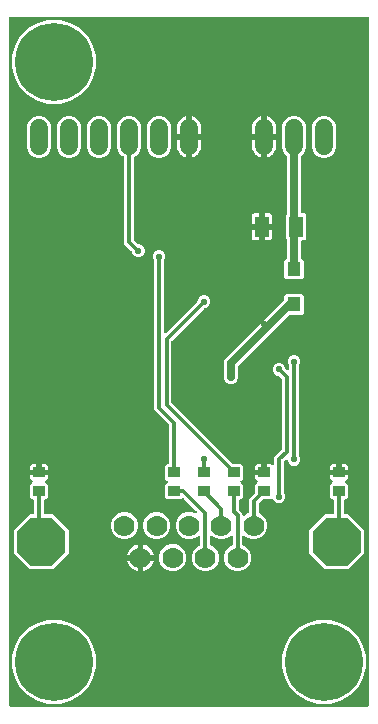
<source format=gbl>
G04 EAGLE Gerber RS-274X export*
G75*
%MOMM*%
%FSLAX34Y34*%
%LPD*%
%INBottom Copper*%
%IPPOS*%
%AMOC8*
5,1,8,0,0,1.08239X$1,22.5*%
G01*
%ADD10C,1.524000*%
%ADD11R,0.979100X0.870900*%
%ADD12C,1.778000*%
%ADD13P,4.455117X8X22.500000*%
%ADD14R,1.195500X1.815300*%
%ADD15R,1.115300X1.235400*%
%ADD16C,0.584200*%
%ADD17C,0.304800*%
%ADD18C,0.635000*%
%ADD19C,0.711200*%
%ADD20C,6.604000*%

G36*
X316348Y-63484D02*
X316348Y-63484D01*
X316467Y-63477D01*
X316505Y-63464D01*
X316546Y-63459D01*
X316656Y-63416D01*
X316769Y-63379D01*
X316804Y-63357D01*
X316841Y-63342D01*
X316937Y-63273D01*
X317038Y-63209D01*
X317066Y-63179D01*
X317099Y-63156D01*
X317175Y-63064D01*
X317256Y-62977D01*
X317276Y-62942D01*
X317301Y-62911D01*
X317352Y-62803D01*
X317410Y-62699D01*
X317420Y-62659D01*
X317437Y-62623D01*
X317459Y-62506D01*
X317489Y-62391D01*
X317493Y-62331D01*
X317497Y-62311D01*
X317495Y-62290D01*
X317499Y-62230D01*
X317499Y519430D01*
X317484Y519548D01*
X317477Y519667D01*
X317464Y519705D01*
X317459Y519746D01*
X317416Y519856D01*
X317379Y519969D01*
X317357Y520004D01*
X317342Y520041D01*
X317273Y520137D01*
X317209Y520238D01*
X317179Y520266D01*
X317156Y520299D01*
X317064Y520375D01*
X316977Y520456D01*
X316942Y520476D01*
X316911Y520501D01*
X316803Y520552D01*
X316699Y520610D01*
X316659Y520620D01*
X316623Y520637D01*
X316506Y520659D01*
X316391Y520689D01*
X316331Y520693D01*
X316311Y520697D01*
X316290Y520695D01*
X316230Y520699D01*
X13970Y520699D01*
X13852Y520684D01*
X13733Y520677D01*
X13695Y520664D01*
X13654Y520659D01*
X13544Y520616D01*
X13431Y520579D01*
X13396Y520557D01*
X13359Y520542D01*
X13263Y520473D01*
X13162Y520409D01*
X13134Y520379D01*
X13101Y520356D01*
X13025Y520264D01*
X12944Y520177D01*
X12924Y520142D01*
X12899Y520111D01*
X12848Y520003D01*
X12790Y519899D01*
X12780Y519859D01*
X12763Y519823D01*
X12741Y519706D01*
X12711Y519591D01*
X12707Y519531D01*
X12703Y519511D01*
X12705Y519490D01*
X12701Y519430D01*
X12701Y-62230D01*
X12716Y-62348D01*
X12723Y-62467D01*
X12736Y-62505D01*
X12741Y-62546D01*
X12784Y-62656D01*
X12821Y-62769D01*
X12843Y-62804D01*
X12858Y-62841D01*
X12927Y-62937D01*
X12991Y-63038D01*
X13021Y-63066D01*
X13044Y-63099D01*
X13136Y-63175D01*
X13223Y-63256D01*
X13258Y-63276D01*
X13289Y-63301D01*
X13397Y-63352D01*
X13501Y-63410D01*
X13541Y-63420D01*
X13577Y-63437D01*
X13694Y-63459D01*
X13809Y-63489D01*
X13869Y-63493D01*
X13889Y-63497D01*
X13910Y-63495D01*
X13970Y-63499D01*
X316230Y-63499D01*
X316348Y-63484D01*
G37*
%LPC*%
G36*
X176526Y51069D02*
X176526Y51069D01*
X172325Y52809D01*
X169109Y56025D01*
X167369Y60226D01*
X167369Y64774D01*
X169109Y68975D01*
X172325Y72191D01*
X173952Y72864D01*
X173977Y72879D01*
X174005Y72888D01*
X174115Y72958D01*
X174228Y73022D01*
X174249Y73042D01*
X174274Y73058D01*
X174363Y73153D01*
X174456Y73243D01*
X174472Y73268D01*
X174492Y73290D01*
X174555Y73403D01*
X174623Y73514D01*
X174631Y73542D01*
X174646Y73568D01*
X174678Y73694D01*
X174716Y73818D01*
X174718Y73848D01*
X174725Y73876D01*
X174735Y74037D01*
X174735Y80306D01*
X174718Y80444D01*
X174705Y80582D01*
X174698Y80601D01*
X174695Y80621D01*
X174644Y80750D01*
X174597Y80881D01*
X174586Y80898D01*
X174578Y80917D01*
X174497Y81029D01*
X174419Y81144D01*
X174403Y81158D01*
X174392Y81174D01*
X174284Y81263D01*
X174180Y81355D01*
X174162Y81364D01*
X174147Y81377D01*
X174021Y81436D01*
X173897Y81499D01*
X173877Y81504D01*
X173859Y81512D01*
X173722Y81539D01*
X173587Y81569D01*
X173566Y81568D01*
X173547Y81572D01*
X173408Y81564D01*
X173269Y81559D01*
X173249Y81554D01*
X173229Y81552D01*
X173097Y81510D01*
X172963Y81471D01*
X172946Y81461D01*
X172927Y81454D01*
X172809Y81380D01*
X172689Y81309D01*
X172668Y81291D01*
X172658Y81284D01*
X172644Y81269D01*
X172569Y81203D01*
X171575Y80209D01*
X167374Y78469D01*
X162826Y78469D01*
X158625Y80209D01*
X155409Y83425D01*
X153669Y87626D01*
X153669Y92174D01*
X155409Y96375D01*
X158625Y99591D01*
X162826Y101331D01*
X167374Y101331D01*
X169924Y100274D01*
X169991Y100256D01*
X170055Y100228D01*
X170144Y100214D01*
X170231Y100190D01*
X170300Y100189D01*
X170369Y100178D01*
X170459Y100187D01*
X170549Y100185D01*
X170616Y100202D01*
X170686Y100208D01*
X170770Y100239D01*
X170858Y100260D01*
X170919Y100292D01*
X170985Y100316D01*
X171060Y100366D01*
X171139Y100408D01*
X171191Y100455D01*
X171248Y100494D01*
X171308Y100562D01*
X171374Y100622D01*
X171413Y100681D01*
X171459Y100733D01*
X171500Y100813D01*
X171549Y100888D01*
X171572Y100954D01*
X171603Y101016D01*
X171623Y101104D01*
X171652Y101189D01*
X171658Y101258D01*
X171673Y101326D01*
X171670Y101416D01*
X171677Y101506D01*
X171666Y101575D01*
X171663Y101644D01*
X171638Y101731D01*
X171623Y101819D01*
X171594Y101883D01*
X171575Y101950D01*
X171529Y102027D01*
X171492Y102109D01*
X171449Y102164D01*
X171413Y102224D01*
X171307Y102345D01*
X160843Y112809D01*
X160749Y112882D01*
X160660Y112960D01*
X160624Y112979D01*
X160592Y113004D01*
X160482Y113051D01*
X160376Y113105D01*
X160337Y113114D01*
X160300Y113130D01*
X160182Y113149D01*
X160066Y113175D01*
X160026Y113174D01*
X159986Y113180D01*
X159867Y113169D01*
X159748Y113165D01*
X159709Y113154D01*
X159669Y113150D01*
X159557Y113110D01*
X159443Y113077D01*
X159408Y113056D01*
X159370Y113042D01*
X159271Y112976D01*
X159169Y112915D01*
X159123Y112875D01*
X159107Y112864D01*
X159093Y112849D01*
X159048Y112809D01*
X158348Y112109D01*
X146452Y112109D01*
X144964Y113597D01*
X144964Y124411D01*
X146655Y126102D01*
X146728Y126197D01*
X146807Y126286D01*
X146825Y126322D01*
X146850Y126354D01*
X146898Y126463D01*
X146952Y126569D01*
X146961Y126608D01*
X146977Y126646D01*
X146995Y126763D01*
X147021Y126879D01*
X147020Y126920D01*
X147026Y126960D01*
X147015Y127078D01*
X147012Y127197D01*
X147000Y127236D01*
X146997Y127276D01*
X146956Y127389D01*
X146923Y127503D01*
X146903Y127537D01*
X146889Y127576D01*
X146822Y127674D01*
X146762Y127777D01*
X146722Y127822D01*
X146710Y127839D01*
X146695Y127852D01*
X146655Y127897D01*
X144964Y129589D01*
X144964Y140403D01*
X146452Y141891D01*
X147066Y141891D01*
X147184Y141906D01*
X147303Y141914D01*
X147341Y141926D01*
X147382Y141931D01*
X147492Y141975D01*
X147605Y142012D01*
X147640Y142033D01*
X147677Y142048D01*
X147773Y142118D01*
X147874Y142182D01*
X147902Y142211D01*
X147935Y142235D01*
X148011Y142327D01*
X148092Y142413D01*
X148112Y142449D01*
X148137Y142480D01*
X148188Y142588D01*
X148246Y142692D01*
X148256Y142731D01*
X148273Y142768D01*
X148295Y142884D01*
X148325Y143000D01*
X148329Y143060D01*
X148333Y143080D01*
X148331Y143100D01*
X148335Y143160D01*
X148335Y174697D01*
X148323Y174795D01*
X148320Y174894D01*
X148303Y174952D01*
X148295Y175012D01*
X148259Y175104D01*
X148231Y175199D01*
X148201Y175251D01*
X148178Y175308D01*
X148120Y175388D01*
X148070Y175473D01*
X148004Y175549D01*
X147992Y175565D01*
X147982Y175573D01*
X147964Y175594D01*
X135635Y187922D01*
X135635Y313315D01*
X135623Y313413D01*
X135620Y313512D01*
X135603Y313570D01*
X135595Y313630D01*
X135559Y313723D01*
X135531Y313818D01*
X135501Y313870D01*
X135478Y313926D01*
X135420Y314006D01*
X135370Y314092D01*
X135304Y314167D01*
X135292Y314183D01*
X135282Y314191D01*
X135264Y314212D01*
X135070Y314406D01*
X134238Y316414D01*
X134238Y318586D01*
X135070Y320594D01*
X136606Y322130D01*
X138614Y322962D01*
X140786Y322962D01*
X142794Y322130D01*
X144330Y320594D01*
X145162Y318586D01*
X145162Y316414D01*
X144330Y314406D01*
X144136Y314212D01*
X144076Y314134D01*
X144008Y314062D01*
X143979Y314009D01*
X143942Y313961D01*
X143902Y313870D01*
X143854Y313784D01*
X143839Y313725D01*
X143815Y313669D01*
X143800Y313571D01*
X143775Y313476D01*
X143769Y313376D01*
X143765Y313355D01*
X143767Y313343D01*
X143765Y313315D01*
X143765Y254177D01*
X143782Y254040D01*
X143795Y253901D01*
X143802Y253882D01*
X143805Y253862D01*
X143856Y253733D01*
X143903Y253602D01*
X143914Y253585D01*
X143922Y253566D01*
X144003Y253454D01*
X144081Y253339D01*
X144097Y253325D01*
X144108Y253309D01*
X144216Y253220D01*
X144320Y253128D01*
X144338Y253119D01*
X144353Y253106D01*
X144479Y253047D01*
X144603Y252984D01*
X144623Y252979D01*
X144641Y252970D01*
X144777Y252944D01*
X144913Y252914D01*
X144934Y252914D01*
X144953Y252911D01*
X145092Y252919D01*
X145231Y252924D01*
X145251Y252929D01*
X145271Y252930D01*
X145403Y252973D01*
X145537Y253012D01*
X145554Y253022D01*
X145573Y253028D01*
X145691Y253103D01*
X145811Y253173D01*
X145832Y253192D01*
X145842Y253199D01*
X145856Y253213D01*
X145931Y253280D01*
X171967Y279315D01*
X172027Y279393D01*
X172095Y279465D01*
X172124Y279518D01*
X172161Y279566D01*
X172201Y279657D01*
X172249Y279744D01*
X172264Y279802D01*
X172288Y279858D01*
X172303Y279956D01*
X172328Y280052D01*
X172334Y280152D01*
X172338Y280172D01*
X172336Y280184D01*
X172338Y280212D01*
X172338Y280486D01*
X173170Y282494D01*
X174706Y284030D01*
X176714Y284862D01*
X178886Y284862D01*
X180894Y284030D01*
X182430Y282494D01*
X183262Y280486D01*
X183262Y278314D01*
X182430Y276306D01*
X180894Y274770D01*
X178886Y273938D01*
X178612Y273938D01*
X178514Y273926D01*
X178415Y273923D01*
X178357Y273906D01*
X178297Y273898D01*
X178205Y273862D01*
X178110Y273834D01*
X178058Y273804D01*
X178001Y273781D01*
X177921Y273723D01*
X177836Y273673D01*
X177760Y273607D01*
X177744Y273595D01*
X177736Y273585D01*
X177715Y273567D01*
X150486Y246338D01*
X150426Y246260D01*
X150358Y246188D01*
X150329Y246135D01*
X150292Y246087D01*
X150252Y245996D01*
X150204Y245909D01*
X150189Y245851D01*
X150165Y245795D01*
X150150Y245697D01*
X150125Y245601D01*
X150119Y245501D01*
X150115Y245481D01*
X150117Y245469D01*
X150115Y245441D01*
X150115Y194355D01*
X150127Y194257D01*
X150130Y194158D01*
X150147Y194100D01*
X150155Y194040D01*
X150191Y193948D01*
X150219Y193853D01*
X150249Y193801D01*
X150272Y193744D01*
X150330Y193664D01*
X150380Y193579D01*
X150446Y193503D01*
X150458Y193487D01*
X150468Y193479D01*
X150486Y193458D01*
X201681Y142263D01*
X201760Y142202D01*
X201832Y142134D01*
X201885Y142105D01*
X201933Y142068D01*
X202024Y142029D01*
X202110Y141981D01*
X202169Y141966D01*
X202225Y141942D01*
X202323Y141926D01*
X202418Y141901D01*
X202518Y141895D01*
X202539Y141892D01*
X202551Y141893D01*
X202579Y141891D01*
X209148Y141891D01*
X210636Y140403D01*
X210636Y129589D01*
X208945Y127897D01*
X208872Y127803D01*
X208793Y127714D01*
X208775Y127678D01*
X208750Y127646D01*
X208702Y127537D01*
X208648Y127431D01*
X208639Y127392D01*
X208623Y127354D01*
X208605Y127237D01*
X208579Y127121D01*
X208580Y127080D01*
X208574Y127040D01*
X208585Y126922D01*
X208588Y126803D01*
X208600Y126764D01*
X208603Y126724D01*
X208644Y126612D01*
X208677Y126497D01*
X208697Y126462D01*
X208711Y126424D01*
X208778Y126326D01*
X208838Y126223D01*
X208878Y126178D01*
X208890Y126161D01*
X208905Y126148D01*
X208945Y126102D01*
X210636Y124411D01*
X210636Y113597D01*
X209148Y112109D01*
X208534Y112109D01*
X208416Y112094D01*
X208297Y112086D01*
X208259Y112074D01*
X208218Y112069D01*
X208108Y112025D01*
X207995Y111988D01*
X207960Y111967D01*
X207923Y111952D01*
X207827Y111882D01*
X207726Y111818D01*
X207698Y111789D01*
X207665Y111765D01*
X207589Y111673D01*
X207508Y111587D01*
X207488Y111551D01*
X207463Y111520D01*
X207412Y111412D01*
X207354Y111308D01*
X207344Y111269D01*
X207327Y111232D01*
X207305Y111116D01*
X207275Y111000D01*
X207271Y110940D01*
X207267Y110920D01*
X207269Y110900D01*
X207265Y110840D01*
X207265Y103809D01*
X207277Y103711D01*
X207280Y103612D01*
X207297Y103554D01*
X207305Y103494D01*
X207341Y103402D01*
X207369Y103307D01*
X207399Y103255D01*
X207422Y103198D01*
X207480Y103118D01*
X207530Y103033D01*
X207596Y102957D01*
X207608Y102941D01*
X207618Y102933D01*
X207636Y102912D01*
X210265Y100284D01*
X210265Y99494D01*
X210282Y99356D01*
X210295Y99218D01*
X210302Y99199D01*
X210305Y99179D01*
X210356Y99050D01*
X210403Y98919D01*
X210414Y98902D01*
X210422Y98883D01*
X210503Y98771D01*
X210581Y98656D01*
X210597Y98642D01*
X210608Y98626D01*
X210716Y98537D01*
X210820Y98445D01*
X210838Y98436D01*
X210853Y98423D01*
X210979Y98364D01*
X211103Y98301D01*
X211123Y98296D01*
X211141Y98288D01*
X211278Y98261D01*
X211413Y98231D01*
X211434Y98232D01*
X211453Y98228D01*
X211592Y98236D01*
X211731Y98241D01*
X211751Y98246D01*
X211771Y98248D01*
X211903Y98290D01*
X212037Y98329D01*
X212054Y98339D01*
X212073Y98346D01*
X212191Y98420D01*
X212311Y98491D01*
X212332Y98509D01*
X212342Y98516D01*
X212356Y98531D01*
X212431Y98597D01*
X213425Y99591D01*
X215052Y100264D01*
X215077Y100279D01*
X215105Y100288D01*
X215215Y100358D01*
X215328Y100422D01*
X215349Y100442D01*
X215374Y100458D01*
X215463Y100553D01*
X215556Y100643D01*
X215572Y100668D01*
X215592Y100690D01*
X215655Y100803D01*
X215723Y100914D01*
X215731Y100942D01*
X215746Y100968D01*
X215778Y101094D01*
X215816Y101218D01*
X215818Y101248D01*
X215825Y101276D01*
X215835Y101437D01*
X215835Y111988D01*
X218588Y114740D01*
X220792Y116944D01*
X220853Y117023D01*
X220921Y117095D01*
X220950Y117148D01*
X220987Y117196D01*
X221026Y117287D01*
X221074Y117373D01*
X221089Y117432D01*
X221113Y117488D01*
X221129Y117585D01*
X221154Y117681D01*
X221160Y117781D01*
X221163Y117802D01*
X221162Y117814D01*
X221164Y117842D01*
X221164Y124411D01*
X223014Y126261D01*
X223091Y126361D01*
X223173Y126456D01*
X223188Y126486D01*
X223209Y126513D01*
X223259Y126628D01*
X223315Y126741D01*
X223322Y126774D01*
X223335Y126804D01*
X223355Y126929D01*
X223381Y127052D01*
X223380Y127085D01*
X223385Y127119D01*
X223374Y127244D01*
X223368Y127369D01*
X223359Y127402D01*
X223356Y127435D01*
X223313Y127554D01*
X223277Y127674D01*
X223259Y127703D01*
X223248Y127734D01*
X223177Y127839D01*
X223112Y127946D01*
X223088Y127970D01*
X223069Y127998D01*
X222975Y128081D01*
X222885Y128169D01*
X222845Y128196D01*
X222831Y128208D01*
X222812Y128218D01*
X222751Y128258D01*
X222145Y128608D01*
X221671Y129082D01*
X221337Y129661D01*
X221164Y130307D01*
X221164Y132819D01*
X227693Y132819D01*
X227811Y132834D01*
X227929Y132842D01*
X227968Y132854D01*
X228008Y132859D01*
X228119Y132903D01*
X228232Y132940D01*
X228266Y132961D01*
X228304Y132976D01*
X228400Y133046D01*
X228501Y133110D01*
X228528Y133139D01*
X228561Y133163D01*
X228637Y133255D01*
X228719Y133342D01*
X228738Y133377D01*
X228764Y133408D01*
X228815Y133516D01*
X228872Y133620D01*
X228882Y133659D01*
X228899Y133696D01*
X228922Y133813D01*
X228952Y133928D01*
X228955Y133988D01*
X228959Y134008D01*
X228958Y134029D01*
X228962Y134089D01*
X228962Y134634D01*
X229507Y134634D01*
X229625Y134649D01*
X229744Y134657D01*
X229783Y134669D01*
X229823Y134674D01*
X229934Y134718D01*
X230047Y134755D01*
X230081Y134776D01*
X230118Y134791D01*
X230215Y134861D01*
X230315Y134925D01*
X230343Y134954D01*
X230376Y134978D01*
X230452Y135070D01*
X230533Y135156D01*
X230553Y135192D01*
X230579Y135223D01*
X230629Y135331D01*
X230687Y135435D01*
X230697Y135474D01*
X230714Y135511D01*
X230737Y135627D01*
X230766Y135743D01*
X230770Y135803D01*
X230774Y135823D01*
X230773Y135843D01*
X230777Y135903D01*
X230777Y141891D01*
X233830Y141891D01*
X234476Y141718D01*
X235056Y141384D01*
X235068Y141371D01*
X235178Y141286D01*
X235285Y141197D01*
X235304Y141188D01*
X235320Y141176D01*
X235448Y141120D01*
X235573Y141061D01*
X235593Y141057D01*
X235612Y141049D01*
X235749Y141027D01*
X235886Y141001D01*
X235906Y141003D01*
X235926Y140999D01*
X236064Y141013D01*
X236203Y141021D01*
X236222Y141027D01*
X236242Y141029D01*
X236374Y141076D01*
X236505Y141119D01*
X236522Y141130D01*
X236542Y141137D01*
X236657Y141215D01*
X236774Y141289D01*
X236788Y141304D01*
X236805Y141315D01*
X236897Y141420D01*
X236992Y141521D01*
X237002Y141539D01*
X237015Y141554D01*
X237078Y141678D01*
X237146Y141799D01*
X237151Y141819D01*
X237160Y141837D01*
X237190Y141973D01*
X237225Y142107D01*
X237227Y142135D01*
X237230Y142147D01*
X237229Y142168D01*
X237235Y142268D01*
X237235Y147734D01*
X243214Y153712D01*
X243274Y153790D01*
X243342Y153862D01*
X243371Y153915D01*
X243408Y153963D01*
X243448Y154054D01*
X243496Y154141D01*
X243511Y154199D01*
X243535Y154255D01*
X243550Y154353D01*
X243575Y154449D01*
X243581Y154549D01*
X243585Y154569D01*
X243583Y154581D01*
X243585Y154609D01*
X243585Y213691D01*
X243573Y213789D01*
X243570Y213888D01*
X243553Y213946D01*
X243545Y214006D01*
X243509Y214098D01*
X243481Y214193D01*
X243451Y214245D01*
X243428Y214302D01*
X243370Y214382D01*
X243320Y214467D01*
X243254Y214543D01*
X243242Y214559D01*
X243232Y214567D01*
X243214Y214588D01*
X241385Y216417D01*
X241307Y216477D01*
X241235Y216545D01*
X241182Y216574D01*
X241134Y216611D01*
X241043Y216651D01*
X240956Y216699D01*
X240898Y216714D01*
X240842Y216738D01*
X240744Y216753D01*
X240648Y216778D01*
X240548Y216784D01*
X240528Y216788D01*
X240516Y216786D01*
X240488Y216788D01*
X240214Y216788D01*
X238206Y217620D01*
X236670Y219156D01*
X235838Y221164D01*
X235838Y223336D01*
X236670Y225344D01*
X238206Y226880D01*
X240214Y227712D01*
X242386Y227712D01*
X244394Y226880D01*
X245930Y225344D01*
X246762Y223336D01*
X246762Y223062D01*
X246774Y222964D01*
X246777Y222865D01*
X246794Y222807D01*
X246802Y222747D01*
X246838Y222655D01*
X246866Y222560D01*
X246896Y222507D01*
X246919Y222451D01*
X246977Y222371D01*
X247027Y222286D01*
X247093Y222210D01*
X247105Y222194D01*
X247115Y222186D01*
X247133Y222165D01*
X247768Y221530D01*
X247878Y221445D01*
X247985Y221356D01*
X248004Y221347D01*
X248020Y221335D01*
X248148Y221280D01*
X248273Y221220D01*
X248293Y221217D01*
X248312Y221209D01*
X248450Y221187D01*
X248586Y221161D01*
X248606Y221162D01*
X248626Y221159D01*
X248765Y221172D01*
X248903Y221180D01*
X248922Y221187D01*
X248942Y221189D01*
X249073Y221236D01*
X249205Y221278D01*
X249223Y221289D01*
X249242Y221296D01*
X249356Y221374D01*
X249474Y221449D01*
X249488Y221463D01*
X249505Y221475D01*
X249597Y221579D01*
X249692Y221680D01*
X249702Y221698D01*
X249715Y221713D01*
X249778Y221837D01*
X249846Y221959D01*
X249851Y221978D01*
X249860Y221996D01*
X249890Y222132D01*
X249925Y222267D01*
X249927Y222295D01*
X249930Y222307D01*
X249929Y222327D01*
X249935Y222427D01*
X249935Y224415D01*
X249923Y224513D01*
X249920Y224612D01*
X249903Y224670D01*
X249895Y224730D01*
X249859Y224823D01*
X249831Y224918D01*
X249801Y224970D01*
X249778Y225026D01*
X249720Y225106D01*
X249670Y225192D01*
X249604Y225267D01*
X249592Y225283D01*
X249582Y225291D01*
X249564Y225312D01*
X249370Y225506D01*
X248538Y227514D01*
X248538Y229686D01*
X249370Y231694D01*
X250906Y233230D01*
X252914Y234062D01*
X255086Y234062D01*
X257094Y233230D01*
X258630Y231694D01*
X259462Y229686D01*
X259462Y227514D01*
X258630Y225506D01*
X258436Y225312D01*
X258376Y225234D01*
X258308Y225162D01*
X258279Y225109D01*
X258242Y225061D01*
X258202Y224970D01*
X258154Y224884D01*
X258139Y224825D01*
X258115Y224769D01*
X258100Y224671D01*
X258075Y224576D01*
X258069Y224476D01*
X258065Y224455D01*
X258067Y224443D01*
X258065Y224415D01*
X258065Y150235D01*
X258077Y150137D01*
X258080Y150038D01*
X258097Y149980D01*
X258105Y149920D01*
X258141Y149827D01*
X258169Y149732D01*
X258199Y149680D01*
X258222Y149624D01*
X258280Y149544D01*
X258330Y149458D01*
X258396Y149383D01*
X258408Y149367D01*
X258418Y149359D01*
X258436Y149338D01*
X258630Y149144D01*
X259462Y147136D01*
X259462Y144964D01*
X258630Y142956D01*
X257094Y141420D01*
X255086Y140588D01*
X252914Y140588D01*
X250906Y141420D01*
X249370Y142956D01*
X248511Y145030D01*
X248486Y145074D01*
X248469Y145120D01*
X248408Y145211D01*
X248353Y145307D01*
X248318Y145342D01*
X248291Y145383D01*
X248208Y145456D01*
X248132Y145535D01*
X248089Y145561D01*
X248052Y145594D01*
X247954Y145644D01*
X247861Y145701D01*
X247813Y145716D01*
X247769Y145738D01*
X247662Y145763D01*
X247557Y145795D01*
X247507Y145797D01*
X247459Y145808D01*
X247349Y145805D01*
X247239Y145810D01*
X247191Y145800D01*
X247141Y145798D01*
X247035Y145768D01*
X246928Y145746D01*
X246883Y145724D01*
X246835Y145710D01*
X246741Y145654D01*
X246642Y145606D01*
X246604Y145574D01*
X246561Y145548D01*
X246440Y145442D01*
X245736Y144738D01*
X245676Y144660D01*
X245608Y144588D01*
X245579Y144535D01*
X245542Y144487D01*
X245502Y144396D01*
X245454Y144309D01*
X245439Y144251D01*
X245415Y144195D01*
X245400Y144097D01*
X245375Y144001D01*
X245369Y143901D01*
X245365Y143881D01*
X245367Y143869D01*
X245365Y143841D01*
X245365Y118485D01*
X245377Y118387D01*
X245380Y118288D01*
X245397Y118230D01*
X245405Y118170D01*
X245441Y118077D01*
X245469Y117982D01*
X245499Y117930D01*
X245522Y117874D01*
X245580Y117794D01*
X245630Y117708D01*
X245696Y117633D01*
X245708Y117617D01*
X245718Y117609D01*
X245736Y117588D01*
X245930Y117394D01*
X246762Y115386D01*
X246762Y113214D01*
X245930Y111206D01*
X244394Y109670D01*
X242386Y108838D01*
X240214Y108838D01*
X238206Y109670D01*
X236670Y111206D01*
X236511Y111590D01*
X236486Y111633D01*
X236469Y111680D01*
X236408Y111771D01*
X236353Y111866D01*
X236319Y111902D01*
X236291Y111943D01*
X236208Y112016D01*
X236132Y112094D01*
X236090Y112120D01*
X236052Y112153D01*
X235955Y112203D01*
X235861Y112261D01*
X235813Y112275D01*
X235769Y112298D01*
X235662Y112322D01*
X235557Y112354D01*
X235507Y112357D01*
X235459Y112368D01*
X235349Y112364D01*
X235239Y112369D01*
X235191Y112359D01*
X235141Y112358D01*
X235036Y112327D01*
X234928Y112305D01*
X234883Y112283D01*
X234836Y112270D01*
X234741Y112214D01*
X234642Y112165D01*
X234604Y112133D01*
X234563Y112109D01*
X227979Y112109D01*
X227881Y112096D01*
X227782Y112093D01*
X227723Y112077D01*
X227663Y112069D01*
X227571Y112032D01*
X227476Y112005D01*
X227424Y111974D01*
X227368Y111952D01*
X227287Y111894D01*
X227202Y111843D01*
X227127Y111777D01*
X227110Y111765D01*
X227103Y111756D01*
X227081Y111737D01*
X224336Y108992D01*
X224276Y108914D01*
X224208Y108842D01*
X224179Y108789D01*
X224142Y108741D01*
X224102Y108650D01*
X224054Y108563D01*
X224039Y108505D01*
X224015Y108449D01*
X224000Y108351D01*
X223975Y108255D01*
X223969Y108155D01*
X223965Y108135D01*
X223967Y108123D01*
X223965Y108095D01*
X223965Y101437D01*
X223968Y101408D01*
X223966Y101378D01*
X223988Y101250D01*
X224005Y101121D01*
X224015Y101094D01*
X224020Y101065D01*
X224074Y100946D01*
X224122Y100826D01*
X224139Y100802D01*
X224151Y100775D01*
X224232Y100674D01*
X224308Y100568D01*
X224331Y100550D01*
X224350Y100527D01*
X224453Y100449D01*
X224553Y100366D01*
X224580Y100353D01*
X224604Y100335D01*
X224748Y100264D01*
X226375Y99591D01*
X229591Y96375D01*
X231331Y92174D01*
X231331Y87626D01*
X229591Y83425D01*
X226375Y80209D01*
X222174Y78469D01*
X217626Y78469D01*
X213425Y80209D01*
X212431Y81203D01*
X212322Y81288D01*
X212215Y81377D01*
X212196Y81386D01*
X212180Y81398D01*
X212053Y81453D01*
X211927Y81512D01*
X211907Y81516D01*
X211888Y81524D01*
X211750Y81546D01*
X211614Y81572D01*
X211594Y81571D01*
X211574Y81574D01*
X211435Y81561D01*
X211297Y81552D01*
X211278Y81546D01*
X211258Y81544D01*
X211126Y81497D01*
X210995Y81454D01*
X210977Y81444D01*
X210958Y81437D01*
X210843Y81359D01*
X210726Y81284D01*
X210712Y81270D01*
X210695Y81258D01*
X210603Y81154D01*
X210508Y81053D01*
X210498Y81035D01*
X210485Y81020D01*
X210422Y80896D01*
X210354Y80774D01*
X210349Y80755D01*
X210340Y80737D01*
X210310Y80601D01*
X210275Y80466D01*
X210273Y80438D01*
X210270Y80426D01*
X210271Y80406D01*
X210265Y80306D01*
X210265Y74037D01*
X210268Y74008D01*
X210266Y73978D01*
X210288Y73850D01*
X210305Y73721D01*
X210315Y73694D01*
X210320Y73665D01*
X210374Y73546D01*
X210422Y73426D01*
X210439Y73402D01*
X210451Y73375D01*
X210532Y73274D01*
X210608Y73168D01*
X210631Y73150D01*
X210650Y73127D01*
X210753Y73049D01*
X210853Y72966D01*
X210880Y72953D01*
X210904Y72935D01*
X211048Y72864D01*
X212675Y72191D01*
X215891Y68975D01*
X217631Y64774D01*
X217631Y60226D01*
X215891Y56025D01*
X212675Y52809D01*
X208474Y51069D01*
X203926Y51069D01*
X199725Y52809D01*
X196509Y56025D01*
X194769Y60226D01*
X194769Y64774D01*
X196509Y68975D01*
X199725Y72191D01*
X201352Y72864D01*
X201377Y72879D01*
X201405Y72888D01*
X201515Y72958D01*
X201628Y73022D01*
X201649Y73042D01*
X201674Y73058D01*
X201763Y73153D01*
X201856Y73243D01*
X201872Y73268D01*
X201892Y73290D01*
X201955Y73403D01*
X202023Y73514D01*
X202031Y73542D01*
X202046Y73568D01*
X202078Y73694D01*
X202116Y73818D01*
X202118Y73848D01*
X202125Y73876D01*
X202135Y74037D01*
X202135Y80306D01*
X202118Y80444D01*
X202105Y80582D01*
X202098Y80601D01*
X202095Y80621D01*
X202044Y80750D01*
X201997Y80881D01*
X201986Y80898D01*
X201978Y80917D01*
X201897Y81029D01*
X201819Y81144D01*
X201803Y81158D01*
X201792Y81174D01*
X201684Y81263D01*
X201580Y81355D01*
X201562Y81364D01*
X201547Y81377D01*
X201421Y81436D01*
X201297Y81499D01*
X201277Y81504D01*
X201259Y81512D01*
X201122Y81539D01*
X200987Y81569D01*
X200966Y81568D01*
X200947Y81572D01*
X200808Y81564D01*
X200669Y81559D01*
X200649Y81554D01*
X200629Y81552D01*
X200497Y81510D01*
X200363Y81471D01*
X200346Y81461D01*
X200327Y81454D01*
X200209Y81380D01*
X200089Y81309D01*
X200068Y81291D01*
X200058Y81284D01*
X200044Y81269D01*
X199969Y81203D01*
X198975Y80209D01*
X194774Y78469D01*
X190226Y78469D01*
X186025Y80209D01*
X185031Y81203D01*
X184922Y81288D01*
X184815Y81377D01*
X184796Y81386D01*
X184780Y81398D01*
X184653Y81453D01*
X184527Y81512D01*
X184507Y81516D01*
X184488Y81524D01*
X184350Y81546D01*
X184214Y81572D01*
X184194Y81571D01*
X184174Y81574D01*
X184035Y81561D01*
X183897Y81552D01*
X183878Y81546D01*
X183858Y81544D01*
X183726Y81497D01*
X183595Y81454D01*
X183577Y81444D01*
X183558Y81437D01*
X183443Y81359D01*
X183326Y81284D01*
X183312Y81270D01*
X183295Y81258D01*
X183203Y81154D01*
X183108Y81053D01*
X183098Y81035D01*
X183085Y81020D01*
X183022Y80896D01*
X182954Y80774D01*
X182949Y80755D01*
X182940Y80737D01*
X182910Y80601D01*
X182875Y80466D01*
X182873Y80438D01*
X182870Y80426D01*
X182871Y80406D01*
X182865Y80306D01*
X182865Y74037D01*
X182868Y74008D01*
X182866Y73978D01*
X182888Y73850D01*
X182905Y73721D01*
X182915Y73694D01*
X182920Y73665D01*
X182974Y73546D01*
X183022Y73426D01*
X183039Y73402D01*
X183051Y73375D01*
X183132Y73274D01*
X183208Y73168D01*
X183231Y73150D01*
X183250Y73127D01*
X183353Y73049D01*
X183453Y72966D01*
X183480Y72953D01*
X183504Y72935D01*
X183648Y72864D01*
X185275Y72191D01*
X188491Y68975D01*
X190231Y64774D01*
X190231Y60226D01*
X188491Y56025D01*
X185275Y52809D01*
X181074Y51069D01*
X176526Y51069D01*
G37*
%LPD*%
%LPC*%
G36*
X46118Y447039D02*
X46118Y447039D01*
X37074Y449463D01*
X28965Y454144D01*
X22344Y460765D01*
X17663Y468874D01*
X15239Y477918D01*
X15239Y487282D01*
X17663Y496326D01*
X22344Y504435D01*
X28965Y511056D01*
X37074Y515737D01*
X46118Y518161D01*
X55482Y518161D01*
X64526Y515737D01*
X72635Y511056D01*
X79256Y504435D01*
X83937Y496326D01*
X86361Y487282D01*
X86361Y477918D01*
X83937Y468874D01*
X79256Y460765D01*
X72635Y454144D01*
X64526Y449463D01*
X55482Y447039D01*
X46118Y447039D01*
G37*
%LPD*%
%LPC*%
G36*
X46118Y-60961D02*
X46118Y-60961D01*
X37074Y-58537D01*
X28965Y-53856D01*
X22344Y-47235D01*
X17663Y-39126D01*
X15239Y-30082D01*
X15239Y-20718D01*
X17663Y-11674D01*
X22344Y-3565D01*
X28965Y3056D01*
X37074Y7737D01*
X46118Y10161D01*
X55482Y10161D01*
X64526Y7737D01*
X72635Y3056D01*
X79256Y-3565D01*
X83937Y-11674D01*
X86361Y-20718D01*
X86361Y-30082D01*
X83937Y-39126D01*
X79256Y-47235D01*
X72635Y-53856D01*
X64526Y-58537D01*
X55482Y-60961D01*
X46118Y-60961D01*
G37*
%LPD*%
%LPC*%
G36*
X274718Y-60961D02*
X274718Y-60961D01*
X265674Y-58537D01*
X257565Y-53856D01*
X250944Y-47235D01*
X246263Y-39126D01*
X243839Y-30082D01*
X243839Y-20718D01*
X246263Y-11674D01*
X250944Y-3565D01*
X257565Y3056D01*
X265674Y7737D01*
X274718Y10161D01*
X284082Y10161D01*
X293126Y7737D01*
X301235Y3056D01*
X307856Y-3565D01*
X312537Y-11674D01*
X314961Y-20718D01*
X314961Y-30082D01*
X312537Y-39126D01*
X307856Y-47235D01*
X301235Y-53856D01*
X293126Y-58537D01*
X284082Y-60961D01*
X274718Y-60961D01*
G37*
%LPD*%
%LPC*%
G36*
X280523Y53079D02*
X280523Y53079D01*
X266979Y66623D01*
X266979Y85777D01*
X280523Y99321D01*
X286766Y99321D01*
X286884Y99336D01*
X287003Y99343D01*
X287041Y99356D01*
X287082Y99361D01*
X287192Y99404D01*
X287305Y99441D01*
X287340Y99463D01*
X287377Y99478D01*
X287473Y99547D01*
X287574Y99611D01*
X287602Y99641D01*
X287635Y99664D01*
X287711Y99756D01*
X287792Y99843D01*
X287812Y99878D01*
X287837Y99909D01*
X287888Y100017D01*
X287946Y100121D01*
X287956Y100161D01*
X287973Y100197D01*
X287995Y100314D01*
X288025Y100429D01*
X288029Y100489D01*
X288033Y100509D01*
X288031Y100530D01*
X288035Y100590D01*
X288035Y110840D01*
X288020Y110958D01*
X288013Y111076D01*
X288000Y111115D01*
X287995Y111155D01*
X287952Y111266D01*
X287915Y111379D01*
X287893Y111413D01*
X287878Y111451D01*
X287809Y111547D01*
X287745Y111648D01*
X287715Y111675D01*
X287692Y111708D01*
X287600Y111784D01*
X287513Y111866D01*
X287478Y111885D01*
X287447Y111911D01*
X287339Y111962D01*
X287235Y112019D01*
X287195Y112029D01*
X287159Y112046D01*
X287042Y112069D01*
X286927Y112099D01*
X286867Y112102D01*
X286847Y112106D01*
X286826Y112105D01*
X286766Y112109D01*
X286152Y112109D01*
X284664Y113597D01*
X284664Y124411D01*
X286514Y126261D01*
X286591Y126361D01*
X286673Y126456D01*
X286688Y126486D01*
X286709Y126513D01*
X286759Y126628D01*
X286815Y126741D01*
X286822Y126774D01*
X286835Y126804D01*
X286855Y126929D01*
X286881Y127052D01*
X286880Y127085D01*
X286885Y127119D01*
X286874Y127244D01*
X286868Y127369D01*
X286859Y127402D01*
X286856Y127435D01*
X286813Y127554D01*
X286777Y127674D01*
X286759Y127703D01*
X286748Y127734D01*
X286677Y127839D01*
X286612Y127946D01*
X286588Y127970D01*
X286569Y127998D01*
X286475Y128081D01*
X286385Y128169D01*
X286345Y128196D01*
X286331Y128208D01*
X286312Y128218D01*
X286251Y128258D01*
X285645Y128608D01*
X285171Y129082D01*
X284837Y129661D01*
X284664Y130307D01*
X284664Y132819D01*
X291193Y132819D01*
X291311Y132834D01*
X291429Y132842D01*
X291468Y132854D01*
X291508Y132859D01*
X291619Y132903D01*
X291732Y132940D01*
X291766Y132961D01*
X291804Y132976D01*
X291900Y133046D01*
X292001Y133110D01*
X292028Y133139D01*
X292061Y133163D01*
X292098Y133207D01*
X292174Y133144D01*
X292260Y133063D01*
X292296Y133043D01*
X292327Y133017D01*
X292435Y132967D01*
X292539Y132909D01*
X292578Y132899D01*
X292615Y132882D01*
X292731Y132859D01*
X292847Y132830D01*
X292907Y132826D01*
X292927Y132822D01*
X292947Y132823D01*
X293007Y132819D01*
X299536Y132819D01*
X299536Y130307D01*
X299363Y129661D01*
X299029Y129082D01*
X298555Y128608D01*
X297949Y128258D01*
X297849Y128182D01*
X297745Y128111D01*
X297722Y128086D01*
X297695Y128066D01*
X297617Y127967D01*
X297534Y127873D01*
X297519Y127843D01*
X297498Y127817D01*
X297447Y127702D01*
X297389Y127590D01*
X297382Y127557D01*
X297368Y127526D01*
X297347Y127402D01*
X297320Y127279D01*
X297321Y127246D01*
X297315Y127213D01*
X297326Y127087D01*
X297329Y126962D01*
X297339Y126929D01*
X297342Y126896D01*
X297383Y126777D01*
X297418Y126656D01*
X297435Y126627D01*
X297446Y126595D01*
X297516Y126490D01*
X297579Y126382D01*
X297612Y126346D01*
X297622Y126330D01*
X297638Y126316D01*
X297686Y126261D01*
X299536Y124411D01*
X299536Y113597D01*
X298048Y112109D01*
X297434Y112109D01*
X297316Y112094D01*
X297197Y112086D01*
X297159Y112074D01*
X297118Y112069D01*
X297008Y112025D01*
X296895Y111988D01*
X296860Y111967D01*
X296823Y111952D01*
X296727Y111882D01*
X296626Y111818D01*
X296598Y111789D01*
X296565Y111765D01*
X296489Y111673D01*
X296408Y111587D01*
X296388Y111551D01*
X296363Y111520D01*
X296312Y111412D01*
X296254Y111308D01*
X296244Y111269D01*
X296227Y111232D01*
X296205Y111116D01*
X296175Y111000D01*
X296171Y110940D01*
X296167Y110920D01*
X296169Y110900D01*
X296165Y110840D01*
X296165Y100590D01*
X296180Y100472D01*
X296187Y100353D01*
X296200Y100315D01*
X296205Y100274D01*
X296248Y100164D01*
X296285Y100051D01*
X296307Y100016D01*
X296322Y99979D01*
X296391Y99883D01*
X296455Y99782D01*
X296485Y99754D01*
X296508Y99721D01*
X296600Y99645D01*
X296687Y99564D01*
X296722Y99544D01*
X296753Y99519D01*
X296861Y99468D01*
X296965Y99410D01*
X297005Y99400D01*
X297041Y99383D01*
X297158Y99361D01*
X297273Y99331D01*
X297333Y99327D01*
X297353Y99323D01*
X297374Y99325D01*
X297434Y99321D01*
X299677Y99321D01*
X313221Y85777D01*
X313221Y66623D01*
X299677Y53079D01*
X280523Y53079D01*
G37*
%LPD*%
%LPC*%
G36*
X30523Y53079D02*
X30523Y53079D01*
X16979Y66623D01*
X16979Y85777D01*
X30523Y99321D01*
X32766Y99321D01*
X32884Y99336D01*
X33003Y99343D01*
X33041Y99356D01*
X33082Y99361D01*
X33192Y99404D01*
X33305Y99441D01*
X33340Y99463D01*
X33377Y99478D01*
X33473Y99547D01*
X33574Y99611D01*
X33602Y99641D01*
X33635Y99664D01*
X33711Y99756D01*
X33792Y99843D01*
X33812Y99878D01*
X33837Y99909D01*
X33888Y100017D01*
X33946Y100121D01*
X33956Y100161D01*
X33973Y100197D01*
X33995Y100314D01*
X34025Y100429D01*
X34029Y100489D01*
X34033Y100509D01*
X34031Y100530D01*
X34035Y100590D01*
X34035Y110840D01*
X34020Y110958D01*
X34013Y111076D01*
X34000Y111115D01*
X33995Y111155D01*
X33952Y111266D01*
X33915Y111379D01*
X33893Y111413D01*
X33878Y111451D01*
X33809Y111547D01*
X33745Y111648D01*
X33715Y111675D01*
X33692Y111708D01*
X33600Y111784D01*
X33513Y111866D01*
X33478Y111885D01*
X33447Y111911D01*
X33339Y111962D01*
X33235Y112019D01*
X33195Y112029D01*
X33159Y112046D01*
X33042Y112069D01*
X32927Y112099D01*
X32867Y112102D01*
X32847Y112106D01*
X32826Y112105D01*
X32766Y112109D01*
X32152Y112109D01*
X30664Y113597D01*
X30664Y124411D01*
X32514Y126261D01*
X32591Y126361D01*
X32673Y126456D01*
X32688Y126486D01*
X32709Y126513D01*
X32759Y126628D01*
X32815Y126741D01*
X32822Y126774D01*
X32835Y126804D01*
X32855Y126929D01*
X32881Y127052D01*
X32880Y127085D01*
X32885Y127119D01*
X32874Y127244D01*
X32868Y127369D01*
X32859Y127402D01*
X32856Y127435D01*
X32813Y127554D01*
X32777Y127674D01*
X32759Y127703D01*
X32748Y127734D01*
X32677Y127839D01*
X32612Y127946D01*
X32588Y127970D01*
X32569Y127998D01*
X32475Y128081D01*
X32385Y128169D01*
X32345Y128196D01*
X32331Y128208D01*
X32312Y128218D01*
X32251Y128258D01*
X31645Y128608D01*
X31171Y129082D01*
X30837Y129661D01*
X30664Y130307D01*
X30664Y132819D01*
X37193Y132819D01*
X37311Y132834D01*
X37429Y132842D01*
X37468Y132854D01*
X37508Y132859D01*
X37619Y132903D01*
X37732Y132940D01*
X37766Y132961D01*
X37804Y132976D01*
X37900Y133046D01*
X38001Y133110D01*
X38028Y133139D01*
X38061Y133163D01*
X38098Y133207D01*
X38174Y133144D01*
X38260Y133063D01*
X38296Y133043D01*
X38327Y133017D01*
X38435Y132967D01*
X38539Y132909D01*
X38578Y132899D01*
X38615Y132882D01*
X38731Y132859D01*
X38847Y132830D01*
X38907Y132826D01*
X38927Y132822D01*
X38947Y132823D01*
X39007Y132819D01*
X45536Y132819D01*
X45536Y130307D01*
X45363Y129661D01*
X45029Y129082D01*
X44555Y128608D01*
X43949Y128258D01*
X43849Y128182D01*
X43745Y128111D01*
X43722Y128086D01*
X43695Y128066D01*
X43617Y127967D01*
X43534Y127873D01*
X43519Y127843D01*
X43498Y127817D01*
X43447Y127702D01*
X43389Y127590D01*
X43382Y127557D01*
X43368Y127526D01*
X43347Y127402D01*
X43320Y127279D01*
X43321Y127246D01*
X43315Y127213D01*
X43326Y127087D01*
X43329Y126962D01*
X43339Y126929D01*
X43342Y126896D01*
X43383Y126777D01*
X43418Y126656D01*
X43435Y126627D01*
X43446Y126595D01*
X43516Y126490D01*
X43579Y126382D01*
X43612Y126346D01*
X43622Y126330D01*
X43638Y126316D01*
X43686Y126261D01*
X45536Y124411D01*
X45536Y113597D01*
X44048Y112109D01*
X43434Y112109D01*
X43316Y112094D01*
X43197Y112086D01*
X43159Y112074D01*
X43118Y112069D01*
X43008Y112025D01*
X42895Y111988D01*
X42860Y111967D01*
X42823Y111952D01*
X42727Y111882D01*
X42626Y111818D01*
X42598Y111789D01*
X42565Y111765D01*
X42489Y111673D01*
X42408Y111587D01*
X42388Y111551D01*
X42363Y111520D01*
X42312Y111412D01*
X42254Y111308D01*
X42244Y111269D01*
X42227Y111232D01*
X42205Y111116D01*
X42175Y111000D01*
X42171Y110940D01*
X42167Y110920D01*
X42169Y110900D01*
X42165Y110840D01*
X42165Y100590D01*
X42180Y100472D01*
X42187Y100353D01*
X42200Y100315D01*
X42205Y100274D01*
X42248Y100164D01*
X42285Y100051D01*
X42307Y100016D01*
X42322Y99979D01*
X42391Y99883D01*
X42455Y99782D01*
X42485Y99754D01*
X42508Y99721D01*
X42600Y99645D01*
X42687Y99564D01*
X42722Y99544D01*
X42753Y99519D01*
X42861Y99468D01*
X42965Y99410D01*
X43005Y99400D01*
X43041Y99383D01*
X43158Y99361D01*
X43273Y99331D01*
X43333Y99327D01*
X43353Y99323D01*
X43374Y99325D01*
X43434Y99321D01*
X49677Y99321D01*
X63221Y85777D01*
X63221Y66623D01*
X49677Y53079D01*
X30523Y53079D01*
G37*
%LPD*%
%LPC*%
G36*
X247371Y298282D02*
X247371Y298282D01*
X245883Y299771D01*
X245883Y314229D01*
X247461Y315808D01*
X247554Y315838D01*
X247589Y315860D01*
X247626Y315875D01*
X247722Y315944D01*
X247823Y316008D01*
X247851Y316038D01*
X247884Y316061D01*
X247960Y316153D01*
X248041Y316240D01*
X248061Y316275D01*
X248086Y316306D01*
X248137Y316414D01*
X248195Y316518D01*
X248205Y316558D01*
X248222Y316594D01*
X248244Y316711D01*
X248274Y316826D01*
X248278Y316886D01*
X248282Y316906D01*
X248280Y316927D01*
X248284Y316987D01*
X248284Y331342D01*
X248272Y331440D01*
X248269Y331539D01*
X248252Y331597D01*
X248244Y331657D01*
X248208Y331749D01*
X248180Y331845D01*
X248150Y331897D01*
X248127Y331953D01*
X248069Y332033D01*
X248019Y332118D01*
X247953Y332194D01*
X247941Y332210D01*
X247931Y332218D01*
X247913Y332239D01*
X247381Y332771D01*
X247381Y353029D01*
X247913Y353561D01*
X247973Y353639D01*
X248041Y353711D01*
X248070Y353764D01*
X248107Y353812D01*
X248147Y353903D01*
X248195Y353990D01*
X248210Y354048D01*
X248234Y354104D01*
X248249Y354202D01*
X248274Y354297D01*
X248280Y354398D01*
X248284Y354418D01*
X248282Y354430D01*
X248284Y354458D01*
X248284Y402301D01*
X248272Y402399D01*
X248269Y402498D01*
X248252Y402556D01*
X248244Y402616D01*
X248208Y402708D01*
X248180Y402803D01*
X248150Y402855D01*
X248127Y402912D01*
X248069Y402992D01*
X248019Y403077D01*
X247981Y403121D01*
X247979Y403124D01*
X247974Y403128D01*
X247953Y403153D01*
X247941Y403169D01*
X247931Y403177D01*
X247913Y403198D01*
X245386Y405724D01*
X243839Y409459D01*
X243839Y428741D01*
X245386Y432476D01*
X248244Y435334D01*
X251979Y436881D01*
X256021Y436881D01*
X259756Y435334D01*
X262614Y432476D01*
X264161Y428741D01*
X264161Y409459D01*
X262614Y405724D01*
X260087Y403198D01*
X260027Y403120D01*
X259959Y403048D01*
X259934Y403003D01*
X259929Y402996D01*
X259925Y402989D01*
X259893Y402947D01*
X259853Y402856D01*
X259805Y402769D01*
X259790Y402711D01*
X259766Y402655D01*
X259751Y402557D01*
X259726Y402461D01*
X259720Y402361D01*
X259716Y402341D01*
X259718Y402329D01*
X259716Y402301D01*
X259716Y355786D01*
X259731Y355668D01*
X259738Y355550D01*
X259751Y355511D01*
X259756Y355471D01*
X259799Y355360D01*
X259836Y355247D01*
X259858Y355213D01*
X259873Y355175D01*
X259943Y355079D01*
X260006Y354978D01*
X260036Y354951D01*
X260059Y354918D01*
X260151Y354842D01*
X260238Y354760D01*
X260273Y354741D01*
X260304Y354715D01*
X260412Y354664D01*
X260516Y354607D01*
X260556Y354597D01*
X260592Y354580D01*
X260709Y354557D01*
X260824Y354527D01*
X260884Y354524D01*
X260904Y354520D01*
X260925Y354521D01*
X260985Y354517D01*
X262929Y354517D01*
X264417Y353029D01*
X264417Y332771D01*
X262929Y331283D01*
X260985Y331283D01*
X260867Y331268D01*
X260748Y331260D01*
X260710Y331248D01*
X260669Y331243D01*
X260559Y331199D01*
X260446Y331162D01*
X260411Y331141D01*
X260374Y331126D01*
X260278Y331056D01*
X260177Y330992D01*
X260149Y330963D01*
X260116Y330939D01*
X260040Y330847D01*
X259959Y330761D01*
X259939Y330725D01*
X259914Y330694D01*
X259863Y330586D01*
X259805Y330482D01*
X259795Y330443D01*
X259778Y330406D01*
X259756Y330290D01*
X259726Y330174D01*
X259722Y330114D01*
X259718Y330094D01*
X259720Y330074D01*
X259716Y330014D01*
X259716Y316987D01*
X259731Y316869D01*
X259738Y316750D01*
X259751Y316712D01*
X259756Y316671D01*
X259799Y316561D01*
X259836Y316448D01*
X259858Y316413D01*
X259873Y316376D01*
X259942Y316280D01*
X260006Y316179D01*
X260036Y316151D01*
X260059Y316118D01*
X260151Y316042D01*
X260238Y315961D01*
X260273Y315941D01*
X260304Y315916D01*
X260412Y315865D01*
X260516Y315807D01*
X260547Y315799D01*
X262117Y314229D01*
X262117Y299771D01*
X260629Y298282D01*
X247371Y298282D01*
G37*
%LPD*%
%LPC*%
G36*
X120960Y316992D02*
X120960Y316992D01*
X118952Y317824D01*
X117416Y319360D01*
X116584Y321368D01*
X116584Y321642D01*
X116572Y321740D01*
X116569Y321839D01*
X116552Y321897D01*
X116544Y321957D01*
X116508Y322049D01*
X116480Y322144D01*
X116450Y322196D01*
X116427Y322253D01*
X116369Y322333D01*
X116319Y322418D01*
X116253Y322494D01*
X116241Y322510D01*
X116231Y322518D01*
X116213Y322539D01*
X110235Y328516D01*
X110235Y401318D01*
X110232Y401347D01*
X110234Y401376D01*
X110212Y401504D01*
X110195Y401633D01*
X110185Y401661D01*
X110180Y401690D01*
X110126Y401808D01*
X110078Y401929D01*
X110061Y401953D01*
X110049Y401980D01*
X109968Y402081D01*
X109892Y402186D01*
X109869Y402205D01*
X109850Y402228D01*
X109747Y402306D01*
X109647Y402389D01*
X109620Y402402D01*
X109596Y402419D01*
X109452Y402490D01*
X108544Y402866D01*
X105686Y405724D01*
X104139Y409459D01*
X104139Y428741D01*
X105686Y432476D01*
X108544Y435334D01*
X112279Y436881D01*
X116321Y436881D01*
X120056Y435334D01*
X122914Y432476D01*
X124461Y428741D01*
X124461Y409459D01*
X122914Y405724D01*
X120056Y402866D01*
X119148Y402490D01*
X119123Y402476D01*
X119095Y402467D01*
X118985Y402397D01*
X118872Y402333D01*
X118851Y402312D01*
X118826Y402296D01*
X118737Y402202D01*
X118644Y402111D01*
X118628Y402086D01*
X118608Y402065D01*
X118545Y401951D01*
X118477Y401840D01*
X118469Y401812D01*
X118454Y401786D01*
X118422Y401661D01*
X118384Y401536D01*
X118382Y401507D01*
X118375Y401478D01*
X118365Y401318D01*
X118365Y332409D01*
X118377Y332311D01*
X118380Y332212D01*
X118397Y332154D01*
X118405Y332094D01*
X118441Y332002D01*
X118469Y331907D01*
X118499Y331855D01*
X118522Y331798D01*
X118580Y331718D01*
X118630Y331633D01*
X118696Y331557D01*
X118708Y331541D01*
X118718Y331533D01*
X118736Y331512D01*
X121961Y328287D01*
X122039Y328227D01*
X122111Y328159D01*
X122164Y328130D01*
X122212Y328093D01*
X122303Y328053D01*
X122390Y328005D01*
X122448Y327990D01*
X122504Y327966D01*
X122602Y327951D01*
X122698Y327926D01*
X122798Y327920D01*
X122818Y327916D01*
X122830Y327918D01*
X122858Y327916D01*
X123132Y327916D01*
X125140Y327084D01*
X126676Y325548D01*
X127508Y323540D01*
X127508Y321368D01*
X126676Y319360D01*
X125140Y317824D01*
X123132Y316992D01*
X120960Y316992D01*
G37*
%LPD*%
%LPC*%
G36*
X199447Y209803D02*
X199447Y209803D01*
X197206Y210731D01*
X195491Y212446D01*
X194563Y214687D01*
X194563Y217113D01*
X194848Y217799D01*
X194850Y217808D01*
X194855Y217816D01*
X194864Y217853D01*
X194877Y217881D01*
X194895Y217971D01*
X194932Y218106D01*
X194932Y218115D01*
X194934Y218124D01*
X194944Y218285D01*
X194944Y228467D01*
X195814Y230568D01*
X245511Y280264D01*
X245572Y280343D01*
X245640Y280415D01*
X245669Y280468D01*
X245706Y280516D01*
X245745Y280607D01*
X245793Y280693D01*
X245808Y280752D01*
X245832Y280807D01*
X245848Y280905D01*
X245873Y281001D01*
X245879Y281101D01*
X245882Y281121D01*
X245881Y281134D01*
X245883Y281162D01*
X245883Y284429D01*
X247371Y285918D01*
X260629Y285918D01*
X262117Y284429D01*
X262117Y269971D01*
X260629Y268482D01*
X250421Y268482D01*
X250323Y268470D01*
X250224Y268467D01*
X250166Y268450D01*
X250106Y268442D01*
X250014Y268406D01*
X249919Y268378D01*
X249866Y268348D01*
X249810Y268325D01*
X249730Y268267D01*
X249645Y268217D01*
X249569Y268151D01*
X249553Y268139D01*
X249545Y268129D01*
X249524Y268111D01*
X206747Y225334D01*
X206687Y225256D01*
X206619Y225184D01*
X206590Y225131D01*
X206553Y225083D01*
X206513Y224992D01*
X206465Y224905D01*
X206450Y224847D01*
X206426Y224791D01*
X206411Y224693D01*
X206386Y224597D01*
X206380Y224497D01*
X206376Y224477D01*
X206378Y224465D01*
X206376Y224437D01*
X206376Y218285D01*
X206377Y218276D01*
X206376Y218267D01*
X206397Y218118D01*
X206398Y218107D01*
X206403Y218037D01*
X206410Y218015D01*
X206416Y217969D01*
X206419Y217961D01*
X206420Y217952D01*
X206472Y217799D01*
X206757Y217113D01*
X206757Y214687D01*
X205829Y212446D01*
X204114Y210731D01*
X201873Y209803D01*
X199447Y209803D01*
G37*
%LPD*%
%LPC*%
G36*
X137679Y401319D02*
X137679Y401319D01*
X133944Y402866D01*
X131086Y405724D01*
X129539Y409459D01*
X129539Y428741D01*
X131086Y432476D01*
X133944Y435334D01*
X137679Y436881D01*
X141721Y436881D01*
X145456Y435334D01*
X148314Y432476D01*
X149861Y428741D01*
X149861Y409459D01*
X148314Y405724D01*
X145456Y402866D01*
X141721Y401319D01*
X137679Y401319D01*
G37*
%LPD*%
%LPC*%
G36*
X277379Y401319D02*
X277379Y401319D01*
X273644Y402866D01*
X270786Y405724D01*
X269239Y409459D01*
X269239Y428741D01*
X270786Y432476D01*
X273644Y435334D01*
X277379Y436881D01*
X281421Y436881D01*
X285156Y435334D01*
X288014Y432476D01*
X289561Y428741D01*
X289561Y409459D01*
X288014Y405724D01*
X285156Y402866D01*
X281421Y401319D01*
X277379Y401319D01*
G37*
%LPD*%
%LPC*%
G36*
X36079Y401319D02*
X36079Y401319D01*
X32344Y402866D01*
X29486Y405724D01*
X27939Y409459D01*
X27939Y428741D01*
X29486Y432476D01*
X32344Y435334D01*
X36079Y436881D01*
X40121Y436881D01*
X43856Y435334D01*
X46714Y432476D01*
X48261Y428741D01*
X48261Y409459D01*
X46714Y405724D01*
X43856Y402866D01*
X40121Y401319D01*
X36079Y401319D01*
G37*
%LPD*%
%LPC*%
G36*
X61479Y401319D02*
X61479Y401319D01*
X57744Y402866D01*
X54886Y405724D01*
X53339Y409459D01*
X53339Y428741D01*
X54886Y432476D01*
X57744Y435334D01*
X61479Y436881D01*
X65521Y436881D01*
X69256Y435334D01*
X72114Y432476D01*
X73661Y428741D01*
X73661Y409459D01*
X72114Y405724D01*
X69256Y402866D01*
X65521Y401319D01*
X61479Y401319D01*
G37*
%LPD*%
%LPC*%
G36*
X86879Y401319D02*
X86879Y401319D01*
X83144Y402866D01*
X80286Y405724D01*
X78739Y409459D01*
X78739Y428741D01*
X80286Y432476D01*
X83144Y435334D01*
X86879Y436881D01*
X90921Y436881D01*
X94656Y435334D01*
X97514Y432476D01*
X99061Y428741D01*
X99061Y409459D01*
X97514Y405724D01*
X94656Y402866D01*
X90921Y401319D01*
X86879Y401319D01*
G37*
%LPD*%
%LPC*%
G36*
X108026Y78469D02*
X108026Y78469D01*
X103825Y80209D01*
X100609Y83425D01*
X98869Y87626D01*
X98869Y92174D01*
X100609Y96375D01*
X103825Y99591D01*
X108026Y101331D01*
X112574Y101331D01*
X116775Y99591D01*
X119991Y96375D01*
X121731Y92174D01*
X121731Y87626D01*
X119991Y83425D01*
X116775Y80209D01*
X112574Y78469D01*
X108026Y78469D01*
G37*
%LPD*%
%LPC*%
G36*
X149126Y51069D02*
X149126Y51069D01*
X144925Y52809D01*
X141709Y56025D01*
X139969Y60226D01*
X139969Y64774D01*
X141709Y68975D01*
X144925Y72191D01*
X149126Y73931D01*
X153674Y73931D01*
X157875Y72191D01*
X161091Y68975D01*
X162831Y64774D01*
X162831Y60226D01*
X161091Y56025D01*
X157875Y52809D01*
X153674Y51069D01*
X149126Y51069D01*
G37*
%LPD*%
%LPC*%
G36*
X135426Y78469D02*
X135426Y78469D01*
X131225Y80209D01*
X128009Y83425D01*
X126269Y87626D01*
X126269Y92174D01*
X128009Y96375D01*
X131225Y99591D01*
X135426Y101331D01*
X139974Y101331D01*
X144175Y99591D01*
X147391Y96375D01*
X149131Y92174D01*
X149131Y87626D01*
X147391Y83425D01*
X144175Y80209D01*
X139974Y78469D01*
X135426Y78469D01*
G37*
%LPD*%
%LPC*%
G36*
X167639Y421639D02*
X167639Y421639D01*
X167639Y436579D01*
X169000Y436136D01*
X170425Y435410D01*
X171719Y434470D01*
X172850Y433339D01*
X173790Y432045D01*
X174516Y430620D01*
X175011Y429099D01*
X175261Y427520D01*
X175261Y421639D01*
X167639Y421639D01*
G37*
%LPD*%
%LPC*%
G36*
X231139Y421639D02*
X231139Y421639D01*
X231139Y436579D01*
X232500Y436136D01*
X233925Y435410D01*
X235219Y434470D01*
X236350Y433339D01*
X237290Y432045D01*
X238016Y430620D01*
X238511Y429099D01*
X238761Y427520D01*
X238761Y421639D01*
X231139Y421639D01*
G37*
%LPD*%
%LPC*%
G36*
X167639Y416561D02*
X167639Y416561D01*
X175261Y416561D01*
X175261Y410680D01*
X175011Y409101D01*
X174516Y407580D01*
X173790Y406155D01*
X172850Y404861D01*
X171719Y403730D01*
X170425Y402790D01*
X169000Y402064D01*
X167639Y401621D01*
X167639Y416561D01*
G37*
%LPD*%
%LPC*%
G36*
X231139Y416561D02*
X231139Y416561D01*
X238761Y416561D01*
X238761Y410680D01*
X238511Y409101D01*
X238016Y407580D01*
X237290Y406155D01*
X236350Y404861D01*
X235219Y403730D01*
X233925Y402790D01*
X232500Y402064D01*
X231139Y401621D01*
X231139Y416561D01*
G37*
%LPD*%
%LPC*%
G36*
X218439Y421639D02*
X218439Y421639D01*
X218439Y427520D01*
X218689Y429099D01*
X219184Y430620D01*
X219910Y432045D01*
X220850Y433339D01*
X221981Y434470D01*
X223275Y435410D01*
X224700Y436136D01*
X226061Y436579D01*
X226061Y421639D01*
X218439Y421639D01*
G37*
%LPD*%
%LPC*%
G36*
X154939Y421639D02*
X154939Y421639D01*
X154939Y427520D01*
X155189Y429099D01*
X155684Y430620D01*
X156410Y432045D01*
X157350Y433339D01*
X158481Y434470D01*
X159775Y435410D01*
X161200Y436136D01*
X162561Y436579D01*
X162561Y421639D01*
X154939Y421639D01*
G37*
%LPD*%
%LPC*%
G36*
X161200Y402064D02*
X161200Y402064D01*
X159775Y402790D01*
X159015Y403342D01*
X158481Y403730D01*
X157350Y404861D01*
X156410Y406155D01*
X155684Y407580D01*
X155189Y409101D01*
X154939Y410680D01*
X154939Y416561D01*
X162561Y416561D01*
X162561Y401621D01*
X161200Y402064D01*
G37*
%LPD*%
%LPC*%
G36*
X224700Y402064D02*
X224700Y402064D01*
X223275Y402790D01*
X222515Y403342D01*
X221981Y403730D01*
X220850Y404861D01*
X219910Y406155D01*
X219184Y407580D01*
X218689Y409101D01*
X218439Y410680D01*
X218439Y416561D01*
X226061Y416561D01*
X226061Y401621D01*
X224700Y402064D01*
G37*
%LPD*%
%LPC*%
G36*
X126249Y64749D02*
X126249Y64749D01*
X126249Y73717D01*
X126677Y73649D01*
X128388Y73093D01*
X129991Y72277D01*
X131447Y71219D01*
X132719Y69947D01*
X133777Y68491D01*
X134593Y66888D01*
X135149Y65177D01*
X135217Y64749D01*
X126249Y64749D01*
G37*
%LPD*%
%LPC*%
G36*
X126249Y60251D02*
X126249Y60251D01*
X135217Y60251D01*
X135149Y59823D01*
X134593Y58112D01*
X133777Y56509D01*
X132719Y55053D01*
X131447Y53781D01*
X129991Y52723D01*
X128388Y51907D01*
X126677Y51351D01*
X126249Y51283D01*
X126249Y60251D01*
G37*
%LPD*%
%LPC*%
G36*
X112783Y64749D02*
X112783Y64749D01*
X112851Y65177D01*
X113407Y66888D01*
X114223Y68491D01*
X115281Y69947D01*
X116553Y71219D01*
X118009Y72277D01*
X119612Y73093D01*
X121323Y73649D01*
X121751Y73717D01*
X121751Y64749D01*
X112783Y64749D01*
G37*
%LPD*%
%LPC*%
G36*
X121323Y51351D02*
X121323Y51351D01*
X119612Y51907D01*
X118009Y52723D01*
X116553Y53781D01*
X115281Y55053D01*
X114223Y56509D01*
X113407Y58112D01*
X112851Y59823D01*
X112783Y60251D01*
X121751Y60251D01*
X121751Y51283D01*
X121323Y51351D01*
G37*
%LPD*%
%LPC*%
G36*
X229240Y345439D02*
X229240Y345439D01*
X229240Y354517D01*
X233013Y354517D01*
X233659Y354344D01*
X234238Y354010D01*
X234712Y353536D01*
X235046Y352957D01*
X235219Y352311D01*
X235219Y345439D01*
X229240Y345439D01*
G37*
%LPD*%
%LPC*%
G36*
X218183Y345439D02*
X218183Y345439D01*
X218183Y352311D01*
X218356Y352957D01*
X218690Y353536D01*
X219164Y354010D01*
X219743Y354344D01*
X220389Y354517D01*
X224162Y354517D01*
X224162Y345439D01*
X218183Y345439D01*
G37*
%LPD*%
%LPC*%
G36*
X229240Y331283D02*
X229240Y331283D01*
X229240Y340361D01*
X235219Y340361D01*
X235219Y333489D01*
X235046Y332843D01*
X234712Y332264D01*
X234238Y331790D01*
X233659Y331456D01*
X233013Y331283D01*
X229240Y331283D01*
G37*
%LPD*%
%LPC*%
G36*
X220389Y331283D02*
X220389Y331283D01*
X219743Y331456D01*
X219164Y331790D01*
X218690Y332264D01*
X218356Y332843D01*
X218183Y333489D01*
X218183Y340361D01*
X224162Y340361D01*
X224162Y331283D01*
X220389Y331283D01*
G37*
%LPD*%
%LPC*%
G36*
X40277Y137173D02*
X40277Y137173D01*
X40277Y141891D01*
X43330Y141891D01*
X43976Y141718D01*
X44555Y141384D01*
X45029Y140910D01*
X45363Y140331D01*
X45536Y139685D01*
X45536Y137173D01*
X40277Y137173D01*
G37*
%LPD*%
%LPC*%
G36*
X294277Y137173D02*
X294277Y137173D01*
X294277Y141891D01*
X297330Y141891D01*
X297976Y141718D01*
X298555Y141384D01*
X299029Y140910D01*
X299363Y140331D01*
X299536Y139685D01*
X299536Y137173D01*
X294277Y137173D01*
G37*
%LPD*%
%LPC*%
G36*
X284664Y137173D02*
X284664Y137173D01*
X284664Y139685D01*
X284837Y140331D01*
X285171Y140910D01*
X285645Y141384D01*
X286224Y141718D01*
X286870Y141891D01*
X289923Y141891D01*
X289923Y137173D01*
X284664Y137173D01*
G37*
%LPD*%
%LPC*%
G36*
X221164Y137173D02*
X221164Y137173D01*
X221164Y139685D01*
X221337Y140331D01*
X221671Y140910D01*
X222145Y141384D01*
X222724Y141718D01*
X223370Y141891D01*
X226423Y141891D01*
X226423Y137173D01*
X221164Y137173D01*
G37*
%LPD*%
%LPC*%
G36*
X30664Y137173D02*
X30664Y137173D01*
X30664Y139685D01*
X30837Y140331D01*
X31171Y140910D01*
X31645Y141384D01*
X32224Y141718D01*
X32870Y141891D01*
X35923Y141891D01*
X35923Y137173D01*
X30664Y137173D01*
G37*
%LPD*%
%LPC*%
G36*
X165099Y419099D02*
X165099Y419099D01*
X165099Y419101D01*
X165101Y419101D01*
X165101Y419099D01*
X165099Y419099D01*
G37*
%LPD*%
%LPC*%
G36*
X228599Y419099D02*
X228599Y419099D01*
X228599Y419101D01*
X228601Y419101D01*
X228601Y419099D01*
X228599Y419099D01*
G37*
%LPD*%
%LPC*%
G36*
X226700Y342899D02*
X226700Y342899D01*
X226700Y342901D01*
X226702Y342901D01*
X226702Y342899D01*
X226700Y342899D01*
G37*
%LPD*%
D10*
X228600Y411480D02*
X228600Y426720D01*
X254000Y426720D02*
X254000Y411480D01*
X279400Y411480D02*
X279400Y426720D01*
X38100Y426720D02*
X38100Y411480D01*
X63500Y411480D02*
X63500Y426720D01*
X88900Y426720D02*
X88900Y411480D01*
X114300Y411480D02*
X114300Y426720D01*
X139700Y426720D02*
X139700Y411480D01*
X165100Y411480D02*
X165100Y426720D01*
D11*
X228600Y119004D03*
X228600Y134996D03*
X38100Y119004D03*
X38100Y134996D03*
X177800Y119004D03*
X177800Y134996D03*
X203200Y119004D03*
X203200Y134996D03*
X152400Y119004D03*
X152400Y134996D03*
D12*
X110300Y89900D03*
X124000Y62500D03*
X137700Y89900D03*
X151400Y62500D03*
X165100Y89900D03*
X178800Y62500D03*
X192500Y89900D03*
X206200Y62500D03*
X219900Y89900D03*
D13*
X40100Y76200D03*
X290100Y76200D03*
D11*
X292100Y119004D03*
X292100Y134996D03*
D14*
X226701Y342900D03*
X255899Y342900D03*
D15*
X254000Y307000D03*
X254000Y277200D03*
D16*
X163830Y203200D03*
X154940Y203200D03*
X191770Y203200D03*
X127000Y177800D03*
X50800Y177800D03*
X50800Y152400D03*
X50800Y139700D03*
X25400Y139700D03*
X25400Y241300D03*
X25400Y266700D03*
X25400Y279400D03*
X25400Y304800D03*
X25400Y368300D03*
X25400Y355600D03*
X92710Y337820D03*
X226060Y193040D03*
X276860Y193040D03*
X279400Y139700D03*
X304800Y139700D03*
X215900Y215900D03*
X190500Y254000D03*
X127000Y266700D03*
X190500Y279400D03*
X171450Y309880D03*
X232410Y227330D03*
X139700Y177800D03*
X172720Y203200D03*
X182880Y203200D03*
X228600Y260350D03*
X250190Y248920D03*
X184150Y342900D03*
X123190Y337820D03*
X165100Y363220D03*
X76200Y393700D03*
X147320Y276860D03*
X127000Y228600D03*
X127000Y203200D03*
X127000Y152400D03*
X139700Y152400D03*
X184150Y182880D03*
X171450Y182880D03*
X166370Y223520D03*
X209550Y194310D03*
D17*
X203200Y134996D02*
X146050Y192146D01*
X146050Y247650D02*
X177800Y279400D01*
X146050Y247650D02*
X146050Y192146D01*
D16*
X177800Y279400D03*
X139700Y317500D03*
D17*
X139700Y189606D01*
X152400Y176906D02*
X152400Y134996D01*
X152400Y176906D02*
X139700Y189606D01*
X38100Y119004D02*
X38100Y78200D01*
X40100Y76200D01*
X292100Y78200D02*
X292100Y119004D01*
X292100Y78200D02*
X290100Y76200D01*
X203200Y101600D02*
X203200Y119004D01*
X203200Y101600D02*
X206200Y98600D01*
X206200Y62500D01*
X219900Y110304D02*
X228600Y119004D01*
X219900Y110304D02*
X219900Y89900D01*
X192500Y104304D02*
X177800Y119004D01*
X192500Y104304D02*
X192500Y89900D01*
X160396Y119004D02*
X152400Y119004D01*
X178800Y100600D02*
X178800Y62500D01*
X178800Y100600D02*
X160396Y119004D01*
X177800Y134996D02*
X177800Y146050D01*
D16*
X177800Y146050D03*
X254000Y146050D03*
D17*
X254000Y228600D01*
D16*
X254000Y228600D03*
X241300Y114300D03*
D17*
X241300Y146050D02*
X247650Y152400D01*
X247650Y215900D01*
X241300Y222250D01*
D16*
X241300Y222250D03*
D17*
X241300Y146050D02*
X241300Y114300D01*
X114300Y330200D02*
X114300Y419100D01*
X114300Y330200D02*
X122046Y322454D01*
D16*
X122046Y322454D03*
D18*
X200660Y227330D02*
X250530Y277200D01*
X200660Y227330D02*
X200660Y215900D01*
X250530Y277200D02*
X254000Y277200D01*
D19*
X200660Y215900D03*
D20*
X50800Y-25400D03*
X279400Y-25400D03*
X50800Y482600D03*
D18*
X254000Y341001D02*
X254000Y307000D01*
X254000Y341001D02*
X255899Y342900D01*
X254000Y344799D02*
X254000Y419100D01*
X254000Y344799D02*
X255899Y342900D01*
M02*

</source>
